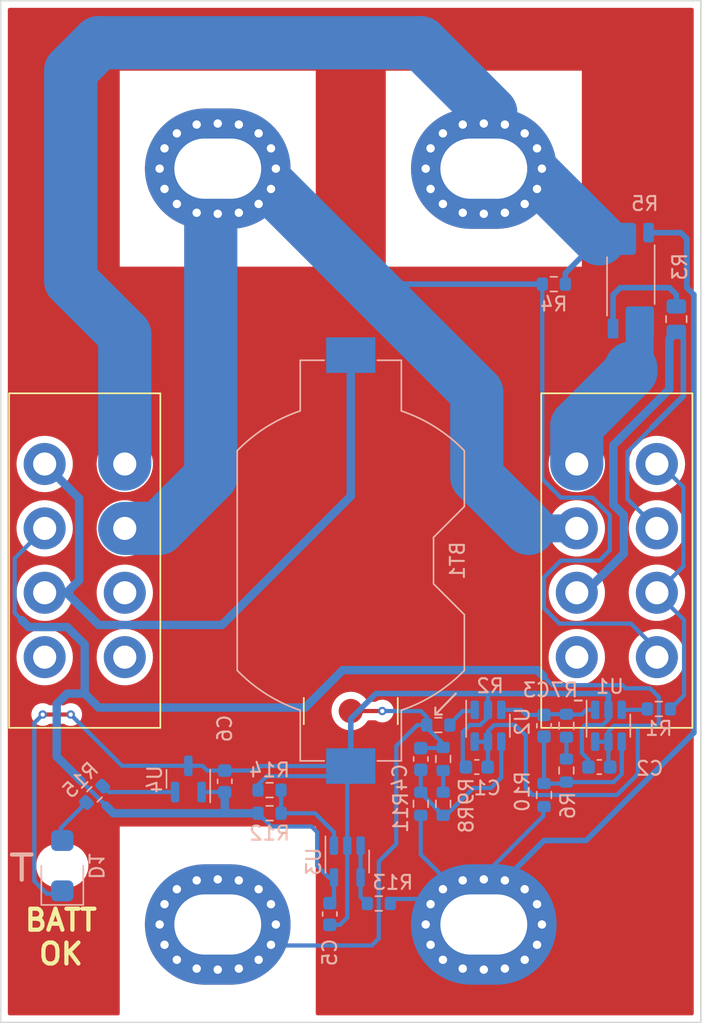
<source format=kicad_pcb>
(kicad_pcb (version 20211014) (generator pcbnew)

  (general
    (thickness 1.6)
  )

  (paper "A4")
  (layers
    (0 "F.Cu" signal)
    (31 "B.Cu" signal)
    (32 "B.Adhes" user "B.Adhesive")
    (33 "F.Adhes" user "F.Adhesive")
    (34 "B.Paste" user)
    (35 "F.Paste" user)
    (36 "B.SilkS" user "B.Silkscreen")
    (37 "F.SilkS" user "F.Silkscreen")
    (38 "B.Mask" user)
    (39 "F.Mask" user)
    (40 "Dwgs.User" user "User.Drawings")
    (41 "Cmts.User" user "User.Comments")
    (42 "Eco1.User" user "User.Eco1")
    (43 "Eco2.User" user "User.Eco2")
    (44 "Edge.Cuts" user)
    (45 "Margin" user)
    (46 "B.CrtYd" user "B.Courtyard")
    (47 "F.CrtYd" user "F.Courtyard")
    (48 "B.Fab" user)
    (49 "F.Fab" user)
    (50 "User.1" user)
    (51 "User.2" user)
    (52 "User.3" user)
    (53 "User.4" user)
    (54 "User.5" user)
    (55 "User.6" user)
    (56 "User.7" user)
    (57 "User.8" user)
    (58 "User.9" user)
  )

  (setup
    (stackup
      (layer "F.SilkS" (type "Top Silk Screen"))
      (layer "F.Paste" (type "Top Solder Paste"))
      (layer "F.Mask" (type "Top Solder Mask") (thickness 0.01))
      (layer "F.Cu" (type "copper") (thickness 0.035))
      (layer "dielectric 1" (type "core") (thickness 1.51) (material "FR4") (epsilon_r 4.5) (loss_tangent 0.02))
      (layer "B.Cu" (type "copper") (thickness 0.035))
      (layer "B.Mask" (type "Bottom Solder Mask") (thickness 0.01))
      (layer "B.Paste" (type "Bottom Solder Paste"))
      (layer "B.SilkS" (type "Bottom Silk Screen"))
      (copper_finish "None")
      (dielectric_constraints no)
    )
    (pad_to_mask_clearance 0)
    (pcbplotparams
      (layerselection 0x00010fc_ffffffff)
      (disableapertmacros false)
      (usegerberextensions false)
      (usegerberattributes true)
      (usegerberadvancedattributes true)
      (creategerberjobfile true)
      (svguseinch false)
      (svgprecision 6)
      (excludeedgelayer true)
      (plotframeref false)
      (viasonmask false)
      (mode 1)
      (useauxorigin false)
      (hpglpennumber 1)
      (hpglpenspeed 20)
      (hpglpendiameter 15.000000)
      (dxfpolygonmode true)
      (dxfimperialunits true)
      (dxfusepcbnewfont true)
      (psnegative false)
      (psa4output false)
      (plotreference true)
      (plotvalue true)
      (plotinvisibletext false)
      (sketchpadsonfab false)
      (subtractmaskfromsilk false)
      (outputformat 1)
      (mirror false)
      (drillshape 1)
      (scaleselection 1)
      (outputdirectory "")
    )
  )

  (net 0 "")
  (net 1 "Net-(BT1-Pad1)")
  (net 2 "VSS")
  (net 3 "VDD")
  (net 4 "Net-(C3-Pad1)")
  (net 5 "GND")
  (net 6 "Net-(C3-Pad2)")
  (net 7 "Net-(C4-Pad1)")
  (net 8 "Net-(C4-Pad2)")
  (net 9 "Net-(D1-Pad2)")
  (net 10 "Net-(H1-Pad1)")
  (net 11 "Net-(H3-Pad1)")
  (net 12 "Net-(R1-Pad1)")
  (net 13 "Net-(R1-Pad2)")
  (net 14 "Net-(R2-Pad1)")
  (net 15 "Net-(R3-Pad1)")
  (net 16 "Net-(R3-Pad2)")
  (net 17 "Net-(R5-Pad1)")
  (net 18 "Net-(R6-Pad2)")
  (net 19 "Net-(R8-Pad2)")
  (net 20 "Net-(R12-Pad2)")
  (net 21 "Net-(R13-Pad1)")
  (net 22 "Net-(R15-Pad1)")
  (net 23 "unconnected-(SW1-Pad4A)")
  (net 24 "unconnected-(SW2-Pad3B)")
  (net 25 "unconnected-(SW2-Pad4A)")
  (net 26 "unconnected-(SW2-Pad4B)")

  (footprint "MountingHole:MountingHole_4.3x6.2mm_M4_Pad_Via" (layer "F.Cu") (at 30.5 80))

  (footprint "Connector_Coaxial:SMA_Amphenol_132134-10_Vertical" (layer "F.Cu") (at 40 64.75 180))

  (footprint "shimatta_artwork:shimatta_kanji_20mm_solder_mask" (layer "F.Cu") (at 40 37.7))

  (footprint "MountingHole:MountingHole_4.3x6.2mm_M4_Pad_Via" (layer "F.Cu") (at 49.5 26))

  (footprint "MountingHole:MountingHole_4.3x6.2mm_M4_Pad_Via" (layer "F.Cu") (at 30.5 26))

  (footprint "MountingHole:MountingHole_4.3x6.2mm_M4_Pad_Via" (layer "F.Cu") (at 49.5 80))

  (footprint "shimatta_switch:C&K-L203011MS02Q" (layer "F.Cu") (at 59 54))

  (footprint "shimatta_switch:C&K-L203011MS02Q" (layer "F.Cu") (at 21 54))

  (footprint "Capacitor_SMD:C_0603_1608Metric" (layer "B.Cu") (at 45 68.175 90))

  (footprint "Resistor_SMD:R_0603_1608Metric" (layer "B.Cu") (at 46.25 65.75 180))

  (footprint "Resistor_SMD:R_0603_1608Metric" (layer "B.Cu") (at 46.6 68.175 90))

  (footprint "Resistor_SMD:R_0603_1608Metric" (layer "B.Cu") (at 62 64.6 180))

  (footprint "Capacitor_SMD:C_0603_1608Metric" (layer "B.Cu") (at 57.75 68.75))

  (footprint "Resistor_SMD:R_0603_1608Metric" (layer "B.Cu") (at 21.7 70.7 -135))

  (footprint "Package_TO_SOT_SMD:SOT-23-6" (layer "B.Cu") (at 49.8 65.8 -90))

  (footprint "Resistor_SMD:R_0603_1608Metric" (layer "B.Cu") (at 54.5 34.25))

  (footprint "Resistor_SMD:R_0603_1608Metric" (layer "B.Cu") (at 34.2 72.05))

  (footprint "Package_TO_SOT_SMD:SOT-23" (layer "B.Cu") (at 28.4 69.6 90))

  (footprint "Battery:BatteryHolder_Keystone_1058_1x2032" (layer "B.Cu") (at 40 54 -90))

  (footprint "Package_TO_SOT_SMD:SOT-23-5" (layer "B.Cu") (at 39.75 75.5 -90))

  (footprint "Capacitor_SMD:C_0603_1608Metric" (layer "B.Cu") (at 38.5 79.25 90))

  (footprint "Resistor_SMD:R_0603_1608Metric" (layer "B.Cu") (at 42 78.5))

  (footprint "Resistor_SMD:R_0603_1608Metric" (layer "B.Cu") (at 46.6 71.375 90))

  (footprint "shimatta_led:APTR3216SURCK" (layer "B.Cu") (at 19.4 75.8 90))

  (footprint "Capacitor_SMD:C_0603_1608Metric" (layer "B.Cu") (at 49 68.75))

  (footprint "Package_TO_SOT_SMD:SOT-23-6" (layer "B.Cu") (at 58.4 65.8 -90))

  (footprint "Resistor_SMD:R_0603_1608Metric" (layer "B.Cu") (at 55.4 69 90))

  (footprint "Resistor_SMD:R_0805_2012Metric" (layer "B.Cu") (at 63.25 36.75 -90))

  (footprint "Capacitor_SMD:C_0603_1608Metric" (layer "B.Cu") (at 53.8 65.8 90))

  (footprint "Resistor_SMD:R_0603_1608Metric" (layer "B.Cu") (at 53.8 70.75 -90))

  (footprint "Resistor_SMD:R_Shunt_Vishay_WSK2512_6332Metric_T1.19mm" (layer "B.Cu") (at 60 34 90))

  (footprint "Capacitor_SMD:C_0603_1608Metric" (layer "B.Cu") (at 31 69.775 90))

  (footprint "Resistor_SMD:R_0603_1608Metric" (layer "B.Cu") (at 45 71.375 -90))

  (footprint "Resistor_SMD:R_0603_1608Metric" (layer "B.Cu") (at 55.4 65.8 90))

  (footprint "Resistor_SMD:R_0603_1608Metric" (layer "B.Cu") (at 34.2 70.4 180))

  (gr_line (start 46.037258 65) (end 46.5 65) (layer "B.SilkS") (width 0.15) (tstamp 105ed225-d2ba-4509-9309-99d7ecc700a8))
  (gr_line (start 16.5 75) (end 16.5 76.8) (layer "B.SilkS") (width 0.3) (tstamp 18f7d29c-1b1c-4f73-999c-addc0bd2444e))
  (gr_line (start 15.8 75) (end 17.2 75) (layer "B.SilkS") (width 0.3) (tstamp 43b35617-a272-4ead-b714-94cb5579f0e5))
  (gr_line (start 46.5 65) (end 46.268629 65) (layer "B.SilkS") (width 0.15) (tstamp 62bf9690-61e9-4fef-b65d-993d5f80185d))
  (gr_line (start 56 64) (end 56.5 64) (layer "B.SilkS") (width 0.15) (tstamp c9205131-199a-4e79-9702-7bd3861c6551))
  (gr_line (start 46.037258 65) (end 46.037258 64.5) (layer "B.SilkS") (width 0.15) (tstamp d2387ece-4bb9-48ea-a26f-309ffeb91cbe))
  (gr_line (start 47.5 63.5) (end 46.037258 65) (layer "B.SilkS") (width 0.15) (tstamp fbe9419b-ca9d-4f0b-a876-589ed2ec705b))
  (gr_line (start 15 87) (end 15 14) (layer "Edge.Cuts") (width 0.1) (tstamp 020a039c-4d1c-4b3a-8f11-44d465fdd578))
  (gr_line (start 65 87) (end 15 87) (layer "Edge.Cuts") (width 0.1) (tstamp 1c5d2c83-b7a7-4d86-881b-4cacaacaa21e))
  (gr_line (start 65 14) (end 65 87) (layer "Edge.Cuts") (width 0.1) (tstamp 4a032da2-2dc4-43d0-a71a-9ec95f3ce7b0))
  (gr_line (start 15 14) (end 65 14) (layer "Edge.Cuts") (width 0.1) (tstamp a53a05ef-7a7f-442b-9b98-cbea554b3aab))
  (gr_text "BATT\nOK" (at 19.3 80.9) (layer "F.SilkS") (tstamp a8f5b71e-aef7-4a69-a747-a6b1fb10fc72)
    (effects (font (size 1.5 1.5) (thickness 0.3)))
  )
  (gr_text "+ Voltage Output -" (at 40 70.5) (layer "F.Mask") (tstamp 16b75e60-5672-408c-b647-c22d1033df36)
    (effects (font (size 2.5 2.5) (thickness 0.5)))
  )
  (gr_text "ON" (at 27.5 54) (layer "F.Mask") (tstamp 178610de-ae18-4315-a138-a57325f66a54)
    (effects (font (size 1.5 1.5) (thickness 0.3)) (justify left))
  )
  (gr_text "1mV/mA 10m" (at 37 49.5) (layer "F.Mask") (tstamp 289668e5-2546-4463-a814-61e7af387dd7)
    (effects (font (size 1.4 1.5) (thickness 0.3)) (justify left))
  )
  (gr_text "1mV/µA 10R" (at 37 54) (layer "F.Mask") (tstamp 40b59eee-ddd0-45d4-8cf3-eb8a83b8569d)
    (effects (font (size 1.4 1.5) (thickness 0.3)) (justify left))
  )
  (gr_text "SHORT" (at 27.5 49.5) (layer "F.Mask") (tstamp 450fbc37-861b-4a8e-b445-57a5491fbaa4)
    (effects (font (size 1.5 1.5) (thickness 0.3)) (justify left))
  )
  (gr_text "+ Current Input -" (at 40 16.5) (layer "F.Mask") (tstamp 7504c2e2-958a-4bb0-9b8c-117705a29b74)
    (effects (font (size 2.5 2.5) (thickness 0.5)))
  )
  (gr_text "1mV/nA 10k" (at 37 58.5) (layer "F.Mask") (tstamp 95deba89-a38e-4c0a-9503-52c246521295)
    (effects (font (size 1.4 1.5) (thickness 0.3)) (justify left))
  )
  (gr_text "OFF" (at 27.5 58.5) (layer "F.Mask") (tstamp d5442e10-f3c0-46e2-ad62-013bcbbbe95a)
    (effects (font (size 1.5 1.5) (thickness 0.3)) (justify left))
  )

  (segment (start 40 49.4) (end 30.8 58.6) (width 0.6) (layer "B.Cu") (net 1) (tstamp 618ffc81-4834-422e-817b-3ed2b5dbe694))
  (segment (start 40 39.32) (end 40 49.4) (width 0.6) (layer "B.Cu") (net 1) (tstamp 64a270e7-5355-4e41-8d77-2a19f46c48f1))
  (segment (start 20.6 49.56) (end 18.14 47.1) (width 0.6) (layer "B.Cu") (net 1) (tstamp 88375c93-5d16-45ca-8404-a1532c784348))
  (segment (start 20.6 55.4) (end 20.6 49.56) (width 0.6) (layer "B.Cu") (net 1) (tstamp 8a0ec3ae-7df6-4dae-bd41-ab5658a9c5da))
  (segment (start 22 58.6) (end 19.7 56.3) (width 0.6) (layer "B.Cu") (net 1) (tstamp 8bbbc726-725d-491f-b262-1d3fbf8d7d24))
  (segment (start 19.7 56.3) (end 20.6 55.4) (width 0.6) (layer "B.Cu") (net 1) (tstamp 8ec6ee64-aa41-49f3-83f3-7d4f60b06648))
  (segment (start 30.8 58.6) (end 22 58.6) (width 0.6) (layer "B.Cu") (net 1) (tstamp a28665ae-2961-4f59-ab3f-5c3f6e6d4748))
  (segment (start 18.14 56.3) (end 19.7 56.3) (width 0.6) (layer "B.Cu") (net 1) (tstamp b63c3b41-d28e-4542-94f9-7154cf55d0cd))
  (segment (start 18 65) (end 20 65) (width 0.3) (layer "F.Cu") (net 2) (tstamp 476bed2a-5775-44b5-a382-7ba34b846548))
  (via (at 18 65) (size 0.6) (drill 0.3) (layers "F.Cu" "B.Cu") (net 2) (tstamp c139060d-d7eb-4919-b488-e485cf5f2747))
  (via (at 20 65) (size 0.6) (drill 0.3) (layers "F.Cu" "B.Cu") (net 2) (tstamp c3e8859e-8488-4180-a80a-bb99d408f6f2))
  (segment (start 48.225 68.75) (end 48 68.525) (width 0.3) (layer "B.Cu") (net 2) (tstamp 05af7c7f-6a7b-4d54-a9a2-aec1daa961c3))
  (segment (start 39.225 80.025) (end 39.75 79.5) (width 0.3) (layer "B.Cu") (net 2) (tstamp 12cca0aa-c230-411c-9ea7-3d035eb9ba11))
  (segment (start 49.25 65.75) (end 49.8 65.2) (width 0.3) (layer "B.Cu") (net 2) (tstamp 1c310b49-7425-4c27-9aa7-529e9f3953c6))
  (segment (start 58 65.75) (end 58.4 65.35) (width 0.3) (layer "B.Cu") (net 2) (tstamp 2002b91e-362b-4f3b-b47e-a6eaa5d6a67b))
  (segment (start 56.5 67.75) (end 56.5 66) (width 0.3) (layer "B.Cu") (net 2) (tstamp 350cecb0-6cfa-4ed5-a431-9e6d41bf5293))
  (segment (start 56.975 68.225) (end 56.5 67.75) (width 0.3) (layer "B.Cu") (net 2) (tstamp 3ddc82e7-9086-4063-a52a-ccaf1db3c3d4))
  (segment (start 49.8 65.2) (end 49.8 64.6625) (width 0.3) (layer "B.Cu") (net 2) (tstamp 4e9a895b-bbd8-44c6-a82f-cf84fd43c397))
  (segment (start 18 65) (end 17.4 65.6) (width 0.3) (layer "B.Cu") (net 2) (tstamp 5543859a-f028-4ae5-b8e4-acb5660d4932))
  (segment (start 17.4 65.6) (end 17.4 76.9) (width 0.3) (layer "B.Cu") (net 2) (tstamp 62f51945-88a9-415c-9c66-4bccf26a9311))
  (segment (start 33.375 70.025) (end 34 69.4) (width 0.3) (layer "B.Cu") (net 2) (tstamp 6597e687-fef1-4c59-9ed4-07bc263d943a))
  (segment (start 41.8 63.5) (end 40 65.3) (width 0.4) (layer "B.Cu") (net 2) (tstamp 6a642011-0db7-441b-a8f4-2a446432644e))
  (segment (start 29.4125 68.6625) (end 29.75 69) (width 0.3) (layer "B.Cu") (net 2) (tstamp 6e17ada8-b767-4f70-82c5-2718051b9191))
  (segment (start 58.3 63.5) (end 58.4 63.6) (width 0.4) (layer "B.Cu") (net 2) (tstamp 7f216030-063d-4b72-949b-67a5a67bb285))
  (segment (start 48 68.525) (end 48 66.25) (width 0.3) (layer "B.Cu") (net 2) (tstamp 81029990-970c-4d54-a052-16e3f6c75322))
  (segment (start 48.5 65.75) (end 49.25 65.75) (width 0.3) (layer "B.Cu") (net 2) (tstamp 82b27132-ebac-4a14-a73b-517eee015308))
  (segment (start 58.4 63.6) (end 58.4 64.6625) (width 0.4) (layer "B.Cu") (net 2) (tstamp 83506741-3ba7-4606-8dab-2f0b29045e1a))
  (segment (start 39.75 68.93) (end 40 68.68) (width 0.3) (layer "B.Cu") (net 2) (tstamp 83e791a9-1d8b-4bad-8083-55befe2bdc44))
  (segment (start 23.6625 68.6625) (end 28.4 68.6625) (width 0.3) (layer "B.Cu") (net 2) (tstamp 96e0f30e-fc4c-499e-b753-c2b13dc14a9e))
  (segment (start 33.52 68.68) (end 40 68.68) (width 0.3) (layer "B.Cu") (net 2) (tstamp 9a741906-5d65-40f7-8651-82ff45e43837))
  (segment (start 56.975 68.75) (end 56.975 68.225) (width 0.3) (layer "B.Cu") (net 2) (tstamp 9c631bea-6937-489b-899f-0b40faca8593))
  (segment (start 56.75 65.75) (end 58 65.75) (width 0.3) (layer "B.Cu") (net 2) (tstamp ad66bb5c-3625-4e00-b056-d9105ce9b869))
  (segment (start 39.28 69.4) (end 40 68.68) (width 0.3) (layer "B.Cu") (net 2) (tstamp ad7c48ff-7a06-4117-b0d1-66562ecd0b64))
  (segment (start 39.75 79.5) (end 39.75 74.3625) (width 0.3) (layer "B.Cu") (net 2) (tstamp afea03a4-5d2d-4cb9-a9f7-57772f8d7894))
  (segment (start 20 65) (end 23.6625 68.6625) (width 0.3) (layer "B.Cu") (net 2) (tstamp b00c83a3-79aa-4247-8505-94821f01b2df))
  (segment (start 49.75 63.5) (end 58.3 63.5) (width 0.4) (layer "B.Cu") (net 2) (tstamp b3ca9f86-6580-44e3-8a8c-8623a246af1f))
  (segment (start 40 65.3) (end 40 68.68) (width 0.4) (layer "B.Cu") (net 2) (tstamp b7c985b4-4902-4471-93c2-1493a90528a1))
  (segment (start 18.3 77.8) (end 19.3 77.8) (width 0.3) (layer "B.Cu") (net 2) (tstamp c0ca8a3e-b5ef-4c67-8686-128df35308f4))
  (segment (start 33.375 70.4) (end 33.375 70.025) (width 0.3) (layer "B.Cu") (net 2) (tstamp c2354405-e9b5-4748-a2de-5889efa1cc3a))
  (segment (start 33.375 68.825) (end 33.52 68.68) (width 0.3) (layer "B.Cu") (net 2) (tstamp c36d1056-d200-485b-b302-7c94e1bf6f26))
  (segment (start 56.5 66) (end 56.75 65.75) (width 0.3) (layer "B.Cu") (net 2) (tstamp ca613e11-21c1-4c1b-be94-c9281d200d16))
  (segment (start 39.75 74.3625) (end 39.75 71.65) (width 0.3) (layer "B.Cu") (net 2) (tstamp ce76ad98-c385-44e6-afe7-125be40357db))
  (segment (start 31 69) (end 33.2 69) (width 0.3) (layer "B.Cu") (net 2) (tstamp ce77e2ad-ef6e-445a-97be-6cdf9f0b64b0))
  (segment (start 58.4 65.35) (end 58.4 64.6625) (width 0.3) (layer "B.Cu") (net 2) (tstamp d3458752-ffee-43e8-bf6b-d89d55941673))
  (segment (start 49.8 63.55) (end 49.8 64.6625) (width 0.3) (layer "B.Cu") (net 2) (tstamp d3a84bc1-8e79-4049-bdd4-e0a9cd214b07))
  (segment (start 17.4 76.9) (end 18.3 77.8) (width 0.3) (layer "B.Cu") (net 2) (tstamp d6997989-0d08-4e76-beb7-db066a8b3f84))
  (segment (start 28.4 68.6625) (end 29.4125 68.6625) (width 0.3) (layer "B.Cu") (net 2) (tstamp d9385e35-3479-4b47-bcc4-e28d3d824c49))
  (segment (start 48 66.25) (end 48.5 65.75) (width 0.3) (layer "B.Cu") (net 2) (tstamp ddbab8b1-1552-41a7-ad27-3187eac143e5))
  (segment (start 33.2 69) (end 33.375 68.825) (width 0.3) (layer "B.Cu") (net 2) (tstamp e3f1ee6c-b280-43e8-ad68-99d0a1a190bc))
  (segment (start 49.75 63.5) (end 41.8 63.5) (width 0.4) (layer "B.Cu") (net 2) (tstamp e6d5f987-81b0-4ed4-b014-b04536907f61))
  (segment (start 49.75 63.5) (end 49.8 63.55) (width 0.3) (layer "B.Cu") (net 2) (tstamp ec0bdcf4-90a8-442c-912c-4b792a33ebe2))
  (segment (start 39.75 71.65) (end 39.75 68.93) (width 0.3) (layer "B.Cu") (net 2) (tstamp f392fc1b-c595-48f4-89a6-a46a11219323))
  (segment (start 29.75 69) (end 31 69) (width 0.3) (layer "B.Cu") (net 2) (tstamp f737766a-c42c-49a2-9434-7caeb52df4e9))
  (segment (start 38.5 80.025) (end 39.225 80.025) (width 0.3) (layer "B.Cu") (net 2) (tstamp f873ec57-1cbe-4682-9cb5-7df2afb5e8ec))
  (segment (start 34 69.4) (end 39.28 69.4) (width 0.3) (layer "B.Cu") (net 2) (tstamp f9c90662-f1e9-449a-8fa6-eadff1ff62f6))
  (segment (start 36.75 64.5) (end 22 64.5) (width 0.6) (layer "B.Cu") (net 3) (tstamp 00d0cbb9-14ce-48de-bfd3-3bc003352b18))
  (segment (start 58.8 65.8) (end 60.3 65.8) (width 0.3) (layer "B.Cu") (net 3) (tstamp 03a8a297-4490-43b7-9735-af94badf4034))
  (segment (start 16 53.84) (end 16 57.75) (width 0.3) (layer "B.Cu") (net 3) (tstamp 063a6c67-86fe-4019-a0a2-579c97e1eb83))
  (segment (start 17 58.75) (end 19.75 58.75) (width 0.6) (layer "B.Cu") (net 3) (tstamp 078a3a70-d5fa-433c-877c-79ba62ad0f7a))
  (segment (start 59.625 63.125) (end 61.375 63.125) (width 0.3) (layer "B.Cu") (net 3) (tstamp 0ab523da-c398-4185-b12b-b4d27c952e3e))
  (segment (start 50.25 65.75) (end 51.75 65.75) (width 0.3) (layer "B.Cu") (net 3) (tstamp 0df1c1d7-22ca-49bd-a055-48d1ea656594))
  (segment (start 54.4 62.9) (end 59.4 62.9) (width 0.3) (layer "B.Cu") (net 3) (tstamp 1085bd4c-f2d0-4ef5-9551-9fc3b432abbb))
  (segment (start 23.05 72.05) (end 31.15 72.05) (width 0.3) (layer "B.Cu") (net 3) (tstamp 13b1c98f-e43e-463d-9602-a909fe0327ea))
  (segment (start 33.375 72.05) (end 34.325 73) (width 0.3) (layer "B.Cu") (net 3) (tstamp 16d4fa49-f329-4d98-b8c1-6ab45a64af6a))
  (segment (start 53.75 62.25) (end 53.325 61.825) (width 0.6) (layer "B.Cu") (net 3) (tstamp 1b1f341c-a71d-4747-9556-385ca5c866e7))
  (segment (start 38.8 78.175) (end 38.5 78.475) (width 0.3) (layer "B.Cu") (net 3) (tstamp 1d16a1b7-44b5-4bff-aa48-41407e6f1727))
  (segment (start 58.4 66.9375) (end 58.4 66.2) (width 0.3) (layer "B.Cu") (net 3) (tstamp 2002d82a-0044-4b6d-b87b-f89b3d8589d6))
  (segment (start 16 57.75) (end 16.5 58.25) (width 0.3) (layer "B.Cu") (net 3) (tstamp 2b61e4bd-acf0-4b94-9152-80841c755d06))
  (segment (start 62 63.75) (end 62 65.6) (width 0.3) (layer "B.Cu") (net 3) (tstamp 351d9f8c-abc4-4c57-8bfb-37c3cc7ee099))
  (segment (start 37.6 75.8) (end 38.4375 76.6375) (widt
... [132232 chars truncated]
</source>
